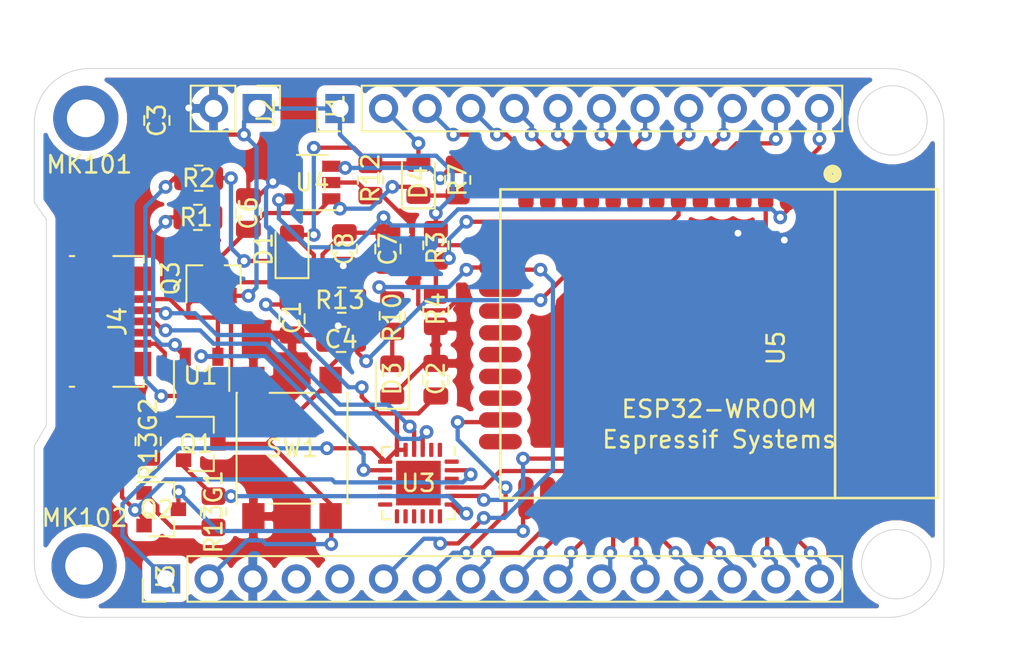
<source format=kicad_pcb>
(kicad_pcb (version 20171130) (host pcbnew "(5.1.7)-1")
  (title_block (title "Replica Adafruit HUZZAH32") (date 2020-10-09) (rev 1.1) (company "Autor: Alejandro_Gorrin ") (comment 1 "Revisor: Juan Esteban Carrique") (comment 2 "Revisor Docente: Diego Brengi") (comment 3 "Licencia: CC BY-NC-CA"))
  (layers (0 F.Cu signal) (31 B.Cu signal) (34 B.Paste user) (35 F.Paste user) (36 B.SilkS user hide) (37 F.SilkS user) (38 B.Mask user hide) (39 F.Mask user hide) (44 Edge.Cuts user))
  (net 0 "")
  (net 1 +3V3)
  (net 2 GNDD)
  (net 3 +BATT)
  (net 4 /RESET)
  (net 5 "Net-(C6-Pad1)")
  (net 6 "Net-(D1-Pad1)")
  (net 7 VBUS)
  (net 8 "Net-(D3-Pad2)")
  (net 9 /EN)
  (net 10 /IO13_A12)
  (net 11 /IO12_A11)
  (net 12 /IO27_A10)
  (net 13 /IO33_A9)
  (net 14 /IO15_A8)
  (net 15 /IO32_A7)
  (net 16 /IO14_A6)
  (net 17 /SCI)
  (net 18 /SDA)
  (net 19 /IO21)
  (net 20 /IO17)
  (net 21 /IO16)
  (net 22 /MISO)
  (net 23 /MISI)
  (net 24 /SCK)
  (net 25 /A5_IO4)
  (net 26 /A4_IO36)
  (net 27 /A3_I39)
  (net 28 /A2_I34)
  (net 29 /A1_DAC1)
  (net 30 /A0_DAC2)
  (net 31 "Net-(J4-Pad3)")
  (net 32 "Net-(J4-Pad2)")
  (net 33 "Net-(Q1-Pad1)")
  (net 34 /RTS)
  (net 35 /GPIO0)
  (net 36 /DTR)
  (net 37 "Net-(Q2-Pad1)")
  (net 38 "Net-(R2-Pad1)")
  (net 39 /A13_I35)
  (net 40 "Net-(R7-Pad2)")
  (net 41 "Net-(U3-Pad1)")
  (net 42 "Net-(U3-Pad2)")
  (net 43 "Net-(U3-Pad9)")
  (net 44 "Net-(U3-Pad10)")
  (net 45 "Net-(U3-Pad11)")
  (net 46 "Net-(U3-Pad12)")
  (net 47 "Net-(U3-Pad13)")
  (net 48 "Net-(U3-Pad14)")
  (net 49 "Net-(U3-Pad15)")
  (net 50 "Net-(U3-Pad16)")
  (net 51 "Net-(U3-Pad17)")
  (net 52 "Net-(U3-Pad18)")
  (net 53 /TXD0)
  (net 54 /RXD0)
  (net 55 "Net-(U3-Pad22)")
  (net 56 "Net-(U3-Pad24)")
  (net 57 "Net-(U3-Pad25)")
  (net 58 "Net-(U4-Pad4)")
  (net 59 /GPIO2)
  (net 60 "Net-(R1-Pad1)")
  (net 61 "Net-(U5-Pad38)")
  (net 62 "Net-(U5-Pad32)")
  (net 63 "Net-(U5-Pad22)")
  (net 64 "Net-(U5-Pad21)")
  (net 65 "Net-(U5-Pad20)")
  (net 66 "Net-(U5-Pad19)")
  (net 67 "Net-(U5-Pad18)")
  (net 68 "Net-(U5-Pad17)")
  (net 69 "Net-(U5-Pad39)")
  (net 70 "Net-(J4-Pad6)")
  (net 71 "Net-(J4-Pad4)")
  (net 72 "Net-(J3-Pad5)")
  (module Package_TO_SOT_SMD:SOT-23 (layer F.Cu) (at 132.442 94.234 90)
    (fp_text reference Q3 (at 0 -2.5 90) (layer F.SilkS))
    (fp_text value DMG3414U)
    (pad 3 smd rect (at 1 0 90) (size 0.9 0.8) (layers F.Cu F.Paste F.Mask) (net 5 "Net-(C6-Pad1)"))
    (pad 2 smd rect (at -1 0.95 90) (size 0.9 0.8) (layers F.Cu F.Paste F.Mask) (net 3 +BATT))
    (pad 1 smd rect (at -1 -0.95 90) (size 0.9 0.8) (layers F.Cu F.Paste F.Mask) (net 7 VBUS))
  )
  (module MountingHole:MountingHole_2.2mm_M2_DIN965_Pad (layer F.Cu) (at 124.9 111)
    (fp_text reference MK102 (at 0.032 -2.796) (layer F.SilkS))
    (fp_text value MountingHole)
    (pad 1 thru_hole circle (at 0 0) (size 3.8 3.8) (drill 2.2) (layers *.Cu *.Mask))
  )
  (module MountingHole:MountingHole_2.2mm_M2_DIN965_Pad (layer F.Cu) (at 125 84.9)
    (fp_text reference MK101 (at 0.2 2.7) (layer F.SilkS))
    (fp_text value MountingHole)
    (pad 1 thru_hole circle (at 0 0) (size 3.8 3.8) (drill 2.2) (layers *.Cu *.Mask))
  )
  (module ESP32-footprints-Lib:ESP32-WROOM (layer F.Cu) (at 161.906 98.044 90)
    (fp_text reference U5 (at -0.254 3.302 90) (layer F.SilkS))
    (fp_text value ESP32-WROOM)
    (fp_text user "Espressif Systems" (at -5.588 0) (layer F.SilkS))
    (fp_text user ESP32-WROOM (at -3.81 0) (layer F.SilkS))
    (pad 38 smd oval (at -9 5.25 90) (size 2.5 0.9) (layers F.Cu F.Paste F.Mask) (net 61 "Net-(U5-Pad38)"))
    (pad 37 smd oval (at -9 3.98 90) (size 2.5 0.9) (layers F.Cu F.Paste F.Mask) (net 18 /SDA))
    (pad 36 smd oval (at -9 2.71 90) (size 2.5 0.9) (layers F.Cu F.Paste F.Mask) (net 17 /SCI))
    (pad 35 smd oval (at -9 1.44 90) (size 2.5 0.9) (layers F.Cu F.Paste F.Mask) (net 53 /TXD0))
    (pad 34 smd oval (at -9 0.17 90) (size 2.5 0.9) (layers F.Cu F.Paste F.Mask) (net 54 /RXD0))
    (pad 33 smd oval (at -9 -1.1 90) (size 2.5 0.9) (layers F.Cu F.Paste F.Mask) (net 19 /IO21))
    (pad 32 smd oval (at -9 -2.37 90) (size 2.5 0.9) (layers F.Cu F.Paste F.Mask) (net 62 "Net-(U5-Pad32)"))
    (pad 31 smd oval (at -9 -3.64 90) (size 2.5 0.9) (layers F.Cu F.Paste F.Mask) (net 22 /MISO))
    (pad 30 smd oval (at -9 -4.91 90) (size 2.5 0.9) (layers F.Cu F.Paste F.Mask) (net 23 /MISI))
    (pad 29 smd oval (at -9 -6.18 90) (size 2.5 0.9) (layers F.Cu F.Paste F.Mask) (net 24 /SCK))
    (pad 28 smd oval (at -9 -7.45 90) (size 2.5 0.9) (layers F.Cu F.Paste F.Mask) (net 20 /IO17))
    (pad 27 smd oval (at -9 -8.72 90) (size 2.5 0.9) (layers F.Cu F.Paste F.Mask) (net 21 /IO16))
    (pad 26 smd oval (at -9 -9.99 90) (size 2.5 0.9) (layers F.Cu F.Paste F.Mask) (net 25 /A5_IO4))
    (pad 25 smd oval (at -9 -11.26 90) (size 2.5 0.9) (layers F.Cu F.Paste F.Mask) (net 35 /GPIO0))
    (pad 24 smd oval (at -5.715 -12.75 90) (size 0.9 2.5) (layers F.Cu F.Paste F.Mask) (net 59 /GPIO2))
    (pad 23 smd oval (at -4.445 -12.75 90) (size 0.9 2.5) (layers F.Cu F.Paste F.Mask) (net 14 /IO15_A8))
    (pad 22 smd oval (at -3.175 -12.75 90) (size 0.9 2.5) (layers F.Cu F.Paste F.Mask) (net 63 "Net-(U5-Pad22)"))
    (pad 21 smd oval (at -1.905 -12.75 90) (size 0.9 2.5) (layers F.Cu F.Paste F.Mask) (net 64 "Net-(U5-Pad21)"))
    (pad 20 smd oval (at -0.635 -12.75 90) (size 0.9 2.5) (layers F.Cu F.Paste F.Mask) (net 65 "Net-(U5-Pad20)"))
    (pad 19 smd oval (at 0.635 -12.75 90) (size 0.9 2.5) (layers F.Cu F.Paste F.Mask) (net 66 "Net-(U5-Pad19)"))
    (pad 18 smd oval (at 1.905 -12.75 90) (size 0.9 2.5) (layers F.Cu F.Paste F.Mask) (net 67 "Net-(U5-Pad18)"))
    (pad 17 smd oval (at 3.175 -12.75 90) (size 0.9 2.5) (layers F.Cu F.Paste F.Mask) (net 68 "Net-(U5-Pad17)"))
    (pad 16 smd oval (at 4.445 -12.75 90) (size 0.9 2.5) (layers F.Cu F.Paste F.Mask) (net 10 /IO13_A12))
    (pad 15 smd oval (at 5.715 -12.75 90) (size 0.9 2.5) (layers F.Cu F.Paste F.Mask) (net 2 GNDD))
    (pad 14 smd oval (at 9 -11.26 90) (size 2.5 0.9) (layers F.Cu F.Paste F.Mask) (net 11 /IO12_A11))
    (pad 13 smd oval (at 9 -9.99 90) (size 2.5 0.9) (layers F.Cu F.Paste F.Mask) (net 16 /IO14_A6))
    (pad 12 smd oval (at 9 -8.72 90) (size 2.5 0.9) (layers F.Cu F.Paste F.Mask) (net 12 /IO27_A10))
    (pad 11 smd oval (at 9 -7.45 90) (size 2.5 0.9) (layers F.Cu F.Paste F.Mask) (net 30 /A0_DAC2))
    (pad 10 smd oval (at 9 -6.18 90) (size 2.5 0.9) (layers F.Cu F.Paste F.Mask) (net 29 /A1_DAC1))
    (pad 9 smd oval (at 9 -4.91 90) (size 2.5 0.9) (layers F.Cu F.Paste F.Mask) (net 13 /IO33_A9))
    (pad 8 smd oval (at 9 -3.64 90) (size 2.5 0.9) (layers F.Cu F.Paste F.Mask) (net 15 /IO32_A7))
    (pad 7 smd oval (at 9 -2.37 90) (size 2.5 0.9) (layers F.Cu F.Paste F.Mask) (net 39 /A13_I35))
    (pad 6 smd oval (at 9 -1.1 90) (size 2.5 0.9) (layers F.Cu F.Paste F.Mask) (net 28 /A2_I34))
    (pad 5 smd oval (at 9 0.17 90) (size 2.5 0.9) (layers F.Cu F.Paste F.Mask) (net 27 /A3_I39))
    (pad 4 smd oval (at 9 1.44 90) (size 2.5 0.9) (layers F.Cu F.Paste F.Mask) (net 26 /A4_IO36))
    (pad 3 smd oval (at 9 2.71 90) (size 2.5 0.9) (layers F.Cu F.Paste F.Mask) (net 4 /RESET))
    (pad 2 smd oval (at 9 3.98 90) (size 2.5 0.9) (layers F.Cu F.Paste F.Mask) (net 1 +3V3))
    (pad 1 smd oval (at 9 5.25 90) (size 2.5 0.9) (layers F.Cu F.Paste F.Mask) (net 2 GNDD))
    (pad 39 smd rect (at 0.3 -2.45 90) (size 6 6) (layers F.Cu F.Paste F.Mask) (net 69 "Net-(U5-Pad39)"))
  )
  (module Connector_PinHeader_2.54mm:PinHeader_1x12_P2.54mm_Vertical (layer F.Cu) (at 139.808 84.328 90)
    (fp_text reference J1 (at 0 -0.254 90) (layer F.SilkS))
    (fp_text value Conn_01x12)
    (pad 1 thru_hole rect (at 0 0 90) (size 1.7 1.7) (drill 1) (layers *.Cu *.Mask) (net 3 +BATT))
    (pad 2 thru_hole oval (at 0 2.54 90) (size 1.7 1.7) (drill 1) (layers *.Cu *.Mask) (net 7 VBUS))
    (pad 3 thru_hole oval (at 0 5.08 90) (size 1.7 1.7) (drill 1) (layers *.Cu *.Mask) (net 11 /IO12_A11))
    (pad 4 thru_hole oval (at 0 7.62 90) (size 1.7 1.7) (drill 1) (layers *.Cu *.Mask) (net 16 /IO14_A6))
    (pad 5 thru_hole oval (at 0 10.16 90) (size 1.7 1.7) (drill 1) (layers *.Cu *.Mask) (net 12 /IO27_A10))
    (pad 6 thru_hole oval (at 0 12.7 90) (size 1.7 1.7) (drill 1) (layers *.Cu *.Mask) (net 30 /A0_DAC2))
    (pad 7 thru_hole oval (at 0 15.24 90) (size 1.7 1.7) (drill 1) (layers *.Cu *.Mask) (net 29 /A1_DAC1))
    (pad 8 thru_hole oval (at 0 17.78 90) (size 1.7 1.7) (drill 1) (layers *.Cu *.Mask) (net 13 /IO33_A9))
    (pad 9 thru_hole oval (at 0 20.32 90) (size 1.7 1.7) (drill 1) (layers *.Cu *.Mask) (net 15 /IO32_A7))
    (pad 10 thru_hole oval (at 0 22.86 90) (size 1.7 1.7) (drill 1) (layers *.Cu *.Mask) (net 28 /A2_I34))
    (pad 11 thru_hole oval (at 0 25.4 90) (size 1.7 1.7) (drill 1) (layers *.Cu *.Mask) (net 27 /A3_I39))
    (pad 12 thru_hole oval (at 0 27.94 90) (size 1.7 1.7) (drill 1) (layers *.Cu *.Mask) (net 26 /A4_IO36))
  )
  (module Connector_USB:USB_Micro-B_Molex_47346-0001 (layer F.Cu) (at 126.664 96.744 270)
    (fp_text reference J4 (at 0 -0.19 270) (layer F.SilkS))
    (fp_text value USB_B_Micro)
    (pad 6 smd rect (at 1.55 1.2 270) (size 1 1.9) (layers F.Cu F.Paste F.Mask) (net 70 "Net-(J4-Pad6)"))
    (pad 6 smd rect (at -1.15 1.2 270) (size 1.8 1.9) (layers F.Cu F.Paste F.Mask) (net 70 "Net-(J4-Pad6)"))
    (pad 6 smd rect (at 3.375 1.2 270) (size 1.65 1.3) (layers F.Cu F.Paste F.Mask) (net 70 "Net-(J4-Pad6)"))
    (pad 6 smd rect (at -3.375 1.2 270) (size 1.65 1.3) (layers F.Cu F.Paste F.Mask) (net 70 "Net-(J4-Pad6)"))
    (pad 6 smd rect (at 2.4875 -1.375 270) (size 1.425 1.55) (layers F.Cu F.Paste F.Mask) (net 70 "Net-(J4-Pad6)"))
    (pad 6 smd rect (at -2.4875 -1.375 270) (size 1.425 1.55) (layers F.Cu F.Paste F.Mask) (net 70 "Net-(J4-Pad6)"))
    (pad 5 smd rect (at 1.3 -1.46 270) (size 0.45 1.38) (layers F.Cu F.Paste F.Mask) (net 2 GNDD))
    (pad 4 smd rect (at 0.65 -1.46 270) (size 0.45 1.38) (layers F.Cu F.Paste F.Mask) (net 71 "Net-(J4-Pad4)"))
    (pad 3 smd rect (at 0 -1.46 270) (size 0.45 1.38) (layers F.Cu F.Paste F.Mask) (net 31 "Net-(J4-Pad3)"))
    (pad 2 smd rect (at -0.65 -1.46 270) (size 0.45 1.38) (layers F.Cu F.Paste F.Mask) (net 32 "Net-(J4-Pad2)"))
    (pad 1 smd rect (at -1.3 -1.46 270) (size 0.45 1.38) (layers F.Cu F.Paste F.Mask) (net 7 VBUS))
  )
  (module Capacitor_SMD:C_0805_2012Metric (layer F.Cu) (at 137.014 96.586 270)
    (fp_text reference C1 (at -0.066 0 90) (layer F.SilkS))
    (fp_text value 10uF)
    (pad 2 smd roundrect (at 0.95 0 270) (size 1 1.45) (layers F.Cu F.Paste F.Mask) (net 2 GNDD))
    (pad 1 smd roundrect (at -0.95 0 270) (size 1 1.45) (layers F.Cu F.Paste F.Mask) (net 1 +3V3))
  )
  (module Capacitor_SMD:C_0805_2012Metric (layer F.Cu) (at 145.396 100.142 90)
    (fp_text reference C2 (at 0.066 0 90) (layer F.SilkS))
    (fp_text value 10uF)
    (pad 2 smd roundrect (at 0.95 0 90) (size 1 1.45) (layers F.Cu F.Paste F.Mask) (net 2 GNDD))
    (pad 1 smd roundrect (at -0.95 0 90) (size 1 1.45) (layers F.Cu F.Paste F.Mask) (net 1 +3V3))
  )
  (module Capacitor_SMD:C_0805_2012Metric (layer F.Cu) (at 129.14 85.024 90)
    (fp_text reference C3 (at 0 0 90) (layer F.SilkS))
    (fp_text value 10uF)
    (pad 1 smd roundrect (at -0.95 0 90) (size 1 1.45) (layers F.Cu F.Paste F.Mask) (net 2 GNDD))
    (pad 2 smd roundrect (at 0.95 0 90) (size 1 1.45) (layers F.Cu F.Paste F.Mask) (net 3 +BATT))
  )
  (module Capacitor_SMD:C_0805_2012Metric (layer F.Cu) (at 139.874 97.79 180)
    (fp_text reference C4 (at 0 0) (layer F.SilkS))
    (fp_text value 1uF)
    (pad 1 smd roundrect (at -0.95 0 180) (size 1 1.45) (layers F.Cu F.Paste F.Mask) (net 4 /RESET))
    (pad 2 smd roundrect (at 0.95 0 180) (size 1 1.45) (layers F.Cu F.Paste F.Mask) (net 2 GNDD))
  )
  (module Capacitor_SMD:C_0805_2012Metric (layer F.Cu) (at 134.474 90.424 90)
    (fp_text reference C6 (at 0 0 90) (layer F.SilkS))
    (fp_text value 10uF)
    (pad 1 smd roundrect (at -0.95 0 90) (size 1 1.45) (layers F.Cu F.Paste F.Mask) (net 5 "Net-(C6-Pad1)"))
    (pad 2 smd roundrect (at 0.95 0 90) (size 1 1.45) (layers F.Cu F.Paste F.Mask) (net 2 GNDD))
  )
  (module Capacitor_SMD:C_0805_2012Metric (layer F.Cu) (at 142.602 92.522 270)
    (fp_text reference C7 (at 0 0 90) (layer F.SilkS))
    (fp_text value 10uF)
    (pad 2 smd roundrect (at 0.95 0 270) (size 1 1.45) (layers F.Cu F.Paste F.Mask) (net 2 GNDD))
    (pad 1 smd roundrect (at -0.95 0 270) (size 1 1.45) (layers F.Cu F.Paste F.Mask) (net 1 +3V3))
  )
  (module Capacitor_SMD:C_0805_2012Metric (layer F.Cu) (at 140.062 92.522 270)
    (fp_text reference C8 (at 0 0 90) (layer F.SilkS))
    (fp_text value 10uF)
    (pad 1 smd roundrect (at -0.95 0 270) (size 1 1.45) (layers F.Cu F.Paste F.Mask) (net 1 +3V3))
    (pad 2 smd roundrect (at 0.95 0 270) (size 1 1.45) (layers F.Cu F.Paste F.Mask) (net 2 GNDD))
  )
  (module LED_SMD:LED_0805_2012Metric (layer F.Cu) (at 137.014 92.5345 90)
    (fp_text reference D1 (at 0 -1.65 90) (layer F.SilkS))
    (fp_text value LED)
    (pad 1 smd roundrect (at -0.9375 0 90) (size 0.975 1.4) (layers F.Cu F.Paste F.Mask) (net 6 "Net-(D1-Pad1)"))
    (pad 2 smd roundrect (at 0.9375 0 90) (size 0.975 1.4) (layers F.Cu F.Paste F.Mask) (net 7 VBUS))
  )
  (module LED_SMD:LED_0805_2012Metric (layer F.Cu) (at 142.856 100.1545 90)
    (fp_text reference D3 (at 0.0785 0 90) (layer F.SilkS))
    (fp_text value RED)
    (pad 1 smd roundrect (at -0.9375 0 90) (size 0.975 1.4) (layers F.Cu F.Paste F.Mask) (net 2 GNDD))
    (pad 2 smd roundrect (at 0.9375 0 90) (size 0.975 1.4) (layers F.Cu F.Paste F.Mask) (net 8 "Net-(D3-Pad2)"))
  )
  (module LED_SMD:LED_0805_2012Metric (layer F.Cu) (at 144.38 88.4705 90)
    (fp_text reference D4 (at -0.1755 0 90) (layer F.SilkS))
    (fp_text value MBR120)
    (pad 2 smd roundrect (at 0.9375 0 90) (size 0.975 1.4) (layers F.Cu F.Paste F.Mask) (net 7 VBUS))
    (pad 1 smd roundrect (at -0.9375 0 90) (size 0.975 1.4) (layers F.Cu F.Paste F.Mask) (net 5 "Net-(C6-Pad1)"))
  )
  (module Connector_PinHeader_2.54mm:PinHeader_1x02_P2.54mm_Vertical (layer F.Cu) (at 134.982 84.328 270)
    (fp_text reference J2 (at 0.254 -0.508 90) (layer F.SilkS))
    (fp_text value Conn_01x02)
    (pad 1 thru_hole rect (at 0 0 270) (size 1.7 1.7) (drill 1) (layers *.Cu *.Mask) (net 3 +BATT))
    (pad 2 thru_hole oval (at 0 2.54 270) (size 1.7 1.7) (drill 1) (layers *.Cu *.Mask) (net 2 GNDD))
  )
  (module Connector_PinHeader_2.54mm:PinHeader_1x16_P2.54mm_Vertical (layer F.Cu) (at 129.648 111.76 90)
    (fp_text reference J3 (at 0 0 90) (layer F.SilkS))
    (fp_text value Conn_01x16)
    (pad 1 thru_hole rect (at 0 0 90) (size 1.7 1.7) (drill 1) (layers *.Cu *.Mask) (net 1 +3V3))
    (pad 2 thru_hole oval (at 0 2.54 90) (size 1.7 1.7) (drill 1) (layers *.Cu *.Mask) (net 4 /RESET))
    (pad 3 thru_hole oval (at 0 5.08 90) (size 1.7 1.7) (drill 1) (layers *.Cu *.Mask) (net 2 GNDD))
    (pad 4 thru_hole oval (at 0 7.62 90) (size 1.7 1.7) (drill 1) (layers *.Cu *.Mask) (net 9 /EN))
    (pad 5 thru_hole oval (at 0 10.16 90) (size 1.7 1.7) (drill 1) (layers *.Cu *.Mask) (net 72 "Net-(J3-Pad5)"))
    (pad 6 thru_hole oval (at 0 12.7 90) (size 1.7 1.7) (drill 1) (layers *.Cu *.Mask) (net 10 /IO13_A12))
    (pad 7 thru_hole oval (at 0 15.24 90) (size 1.7 1.7) (drill 1) (layers *.Cu *.Mask) (net 14 /IO15_A8))
    (pad 8 thru_hole oval (at 0 17.78 90) (size 1.7 1.7) (drill 1) (layers *.Cu *.Mask) (net 25 /A5_IO4))
    (pad 9 thru_hole oval (at 0 20.32 90) (size 1.7 1.7) (drill 1) (layers *.Cu *.Mask) (net 21 /IO16))
    (pad 10 thru_hole oval (at 0 22.86 90) (size 1.7 1.7) (drill 1) (layers *.Cu *.Mask) (net 20 /IO17))
    (pad 11 thru_hole oval (at 0 25.4 90) (size 1.7 1.7) (drill 1) (layers *.Cu *.Mask) (net 24 /SCK))
    (pad 12 thru_hole oval (at 0 27.94 90) (size 1.7 1.7) (drill 1) (layers *.Cu *.Mask) (net 23 /MISI))
    (pad 13 thru_hole oval (at 0 30.48 90) (size 1.7 1.7) (drill 1) (layers *.Cu *.Mask) (net 22 /MISO))
    (pad 14 thru_hole oval (at 0 33.02 90) (size 1.7 1.7) (drill 1) (layers *.Cu *.Mask) (net 19 /IO21))
    (pad 15 thru_hole oval (at 0 35.56 90) (size 1.7 1.7) (drill 1) (layers *.Cu *.Mask) (net 17 /SCI))
    (pad 16 thru_hole oval (at 0 38.1 90) (size 1.7 1.7) (drill 1) (layers *.Cu *.Mask) (net 18 /SDA))
  )
  (module Package_TO_SOT_SMD:SOT-23 (layer F.Cu) (at 131.696 103.886)
    (fp_text reference Q1 (at -0.27 0) (layer F.SilkS))
    (fp_text value MMBT3904)
    (pad 1 smd rect (at -1 -0.95) (size 0.9 0.8) (layers F.Cu F.Paste F.Mask) (net 33 "Net-(Q1-Pad1)"))
    (pad 2 smd rect (at -1 0.95) (size 0.9 0.8) (layers F.Cu F.Paste F.Mask) (net 34 /RTS))
    (pad 3 smd rect (at 1 0) (size 0.9 0.8) (layers F.Cu F.Paste F.Mask) (net 4 /RESET))
  )
  (module Package_TO_SOT_SMD:SOT-23 (layer F.Cu) (at 129.394 107.696)
    (fp_text reference Q2 (at -0.254 0) (layer F.SilkS))
    (fp_text value MMBT3904)
    (pad 3 smd rect (at 1 0) (size 0.9 0.8) (layers F.Cu F.Paste F.Mask) (net 35 /GPIO0))
    (pad 2 smd rect (at -1 0.95) (size 0.9 0.8) (layers F.Cu F.Paste F.Mask) (net 36 /DTR))
    (pad 1 smd rect (at -1 -0.95) (size 0.9 0.8) (layers F.Cu F.Paste F.Mask) (net 37 "Net-(Q2-Pad1)"))
  )
  (module Resistor_SMD:R_0805_2012Metric (layer F.Cu) (at 131.5295 90.678)
    (fp_text reference R1 (at -0.1035 0) (layer F.SilkS))
    (fp_text value 4.7K)
    (pad 2 smd roundrect (at 0.9125 0) (size 1.025 1.4) (layers F.Cu F.Paste F.Mask) (roundrect_rratio 0.243902) (net 2 GNDD))
    (pad 1 smd roundrect (at -0.9125 0) (size 1.025 1.4) (layers F.Cu F.Paste F.Mask) (roundrect_rratio 0.243902) (net 60 "Net-(R1-Pad1)"))
  )
  (module Resistor_SMD:R_0805_2012Metric (layer F.Cu) (at 131.5765 88.392)
    (fp_text reference R2 (at 0 0) (layer F.SilkS))
    (fp_text value 1K)
    (pad 1 smd roundrect (at -0.9125 0) (size 1.025 1.4) (layers F.Cu F.Paste F.Mask) (roundrect_rratio 0.243902) (net 38 "Net-(R2-Pad1)"))
    (pad 2 smd roundrect (at 0.9125 0) (size 1.025 1.4) (layers F.Cu F.Paste F.Mask) (roundrect_rratio 0.243902) (net 6 "Net-(D1-Pad1)"))
  )
  (module Resistor_SMD:R_0805_2012Metric (layer F.Cu) (at 145.396 92.3055 270)
    (fp_text reference R3 (at 0.1505 0 90) (layer F.SilkS))
    (fp_text value 100K)
    (pad 1 smd roundrect (at -0.9125 0 270) (size 1.025 1.4) (layers F.Cu F.Paste F.Mask) (roundrect_rratio 0.243902) (net 3 +BATT))
    (pad 2 smd roundrect (at 0.9125 0 270) (size 1.025 1.4) (layers F.Cu F.Paste F.Mask) (roundrect_rratio 0.243902) (net 39 /A13_I35))
  )
  (module Resistor_SMD:R_0805_2012Metric (layer F.Cu) (at 145.396 96.1155 270)
    (fp_text reference R4 (at -0.1035 0 90) (layer F.SilkS))
    (fp_text value 100K)
    (pad 1 smd roundrect (at -0.9125 0 270) (size 1.025 1.4) (layers F.Cu F.Paste F.Mask) (roundrect_rratio 0.243902) (net 39 /A13_I35))
    (pad 2 smd roundrect (at 0.9125 0 270) (size 1.025 1.4) (layers F.Cu F.Paste F.Mask) (roundrect_rratio 0.243902) (net 2 GNDD))
  )
  (module Resistor_SMD:R_0805_2012Metric (layer F.Cu) (at 146.666 88.4955 90)
    (fp_text reference R7 (at 0 0 90) (layer F.SilkS))
    (fp_text value 100K)
    (pad 2 smd roundrect (at 0.9125 0 90) (size 1.025 1.4) (layers F.Cu F.Paste F.Mask) (roundrect_rratio 0.243902) (net 40 "Net-(R7-Pad2)"))
    (pad 1 smd roundrect (at -0.9125 0 90) (size 1.025 1.4) (layers F.Cu F.Paste F.Mask) (roundrect_rratio 0.243902) (net 5 "Net-(C6-Pad1)"))
  )
  (module Resistor_SMD:R_0805_2012Metric (layer F.Cu) (at 142.856 96.4165 90)
    (fp_text reference R10 (at -0.1035 0 90) (layer F.SilkS))
    (fp_text value 1K)
    (pad 2 smd roundrect (at 0.9125 0 90) (size 1.025 1.4) (layers F.Cu F.Paste F.Mask) (roundrect_rratio 0.243902) (net 10 /IO13_A12))
    (pad 1 smd roundrect (at -0.9125 0 90) (size 1.025 1.4) (layers F.Cu F.Paste F.Mask) (roundrect_rratio 0.243902) (net 8 "Net-(D3-Pad2)"))
  )
  (module Resistor_SMD:R_0805_2012Metric (layer F.Cu) (at 141.586 88.4955 270)
    (fp_text reference R12 (at -0.1035 0 90) (layer F.SilkS))
    (fp_text value 100K)
    (pad 1 smd roundrect (at -0.9125 0 270) (size 1.025 1.4) (layers F.Cu F.Paste F.Mask) (roundrect_rratio 0.243902) (net 7 VBUS))
    (pad 2 smd roundrect (at 0.9125 0 270) (size 1.025 1.4) (layers F.Cu F.Paste F.Mask) (roundrect_rratio 0.243902) (net 2 GNDD))
  )
  (module Resistor_SMD:R_0805_2012Metric (layer F.Cu) (at 139.9115 95.504)
    (fp_text reference R13 (at -0.1035 0) (layer F.SilkS))
    (fp_text value 10K)
    (pad 2 smd roundrect (at 0.9125 0) (size 1.025 1.4) (layers F.Cu F.Paste F.Mask) (roundrect_rratio 0.243902) (net 4 /RESET))
    (pad 1 smd roundrect (at -0.9125 0) (size 1.025 1.4) (layers F.Cu F.Paste F.Mask) (roundrect_rratio 0.243902) (net 1 +3V3))
  )
  (module Resistor_SMD:R_0805_2012Metric (layer F.Cu) (at 132.442 107.8465 90)
    (fp_text reference R13G1 (at 0 0 90) (layer F.SilkS))
    (fp_text value 10K)
    (pad 2 smd roundrect (at 0.9125 0 90) (size 1.025 1.4) (layers F.Cu F.Paste F.Mask) (roundrect_rratio 0.243902) (net 34 /RTS))
    (pad 1 smd roundrect (at -0.9125 0 90) (size 1.025 1.4) (layers F.Cu F.Paste F.Mask) (roundrect_rratio 0.243902) (net 37 "Net-(Q2-Pad1)"))
  )
  (module Resistor_SMD:R_0805_2012Metric (layer F.Cu) (at 128.632 103.7355 270)
    (fp_text reference R13G2 (at -0.1035 0 90) (layer F.SilkS))
    (fp_text value 10K)
    (pad 1 smd roundrect (at -0.9125 0 270) (size 1.025 1.4) (layers F.Cu F.Paste F.Mask) (roundrect_rratio 0.243902) (net 33 "Net-(Q1-Pad1)"))
    (pad 2 smd roundrect (at 0.9125 0 270) (size 1.025 1.4) (layers F.Cu F.Paste F.Mask) (roundrect_rratio 0.243902) (net 36 /DTR))
  )
  (module Button_Switch_SMD:SW_Push_1P1T_NO_6x6mm_H9.5mm (layer F.Cu) (at 137.014 104.14 90)
    (fp_text reference SW1 (at 0 0 180) (layer F.SilkS))
    (fp_text value SW_1)
    (pad 2 smd rect (at -3.975 2.25 90) (size 1.55 1.3) (layers F.Cu F.Paste F.Mask) (net 4 /RESET))
    (pad 1 smd rect (at -3.975 -2.25 90) (size 1.55 1.3) (layers F.Cu F.Paste F.Mask) (net 2 GNDD))
    (pad 1 smd rect (at 3.975 -2.25 90) (size 1.55 1.3) (layers F.Cu F.Paste F.Mask) (net 2 GNDD))
    (pad 2 smd rect (at 3.975 2.25 90) (size 1.55 1.3) (layers F.Cu F.Paste F.Mask) (net 4 /RESET))
  )
  (module Package_TO_SOT_SMD:SOT-23-5 (layer F.Cu) (at 131.746 99.906 90)
    (fp_text reference U1 (at 0 -0.066 180) (layer F.SilkS))
    (fp_text value MCP73831-2-OT)
    (pad 1 smd rect (at -1.1 -0.95 90) (size 1.06 0.65) (layers F.Cu F.Paste F.Mask) (net 38 "Net-(R2-Pad1)"))
    (pad 2 smd rect (at -1.1 0 90) (size 1.06 0.65) (layers F.Cu F.Paste F.Mask) (net 2 GNDD))
    (pad 3 smd rect (at -1.1 0.95 90) (size 1.06 0.65) (layers F.Cu F.Paste F.Mask) (net 3 +BATT))
    (pad 4 smd rect (at 1.1 0.95 90) (size 1.06 0.65) (layers F.Cu F.Paste F.Mask) (net 7 VBUS))
    (pad 5 smd rect (at 1.1 -0.95 90) (size 1.06 0.65) (layers F.Cu F.Paste F.Mask) (net 60 "Net-(R1-Pad1)"))
  )
  (module Package_DFN_QFN:QFN-24-1EP_4x4mm_P0.5mm_EP2.6x2.6mm (layer F.Cu) (at 144.38 106.172 270)
    (fp_text reference U3 (at 0 0 180) (layer F.SilkS))
    (fp_text value CP2104)
    (pad 1 smd roundrect (at -1.9375 -1.25 270) (size 0.825 0.25) (layers F.Cu F.Paste F.Mask) (net 41 "Net-(U3-Pad1)"))
    (pad 2 smd roundrect (at -1.9375 -0.75 270) (size 0.825 0.25) (layers F.Cu F.Paste F.Mask) (net 42 "Net-(U3-Pad2)"))
    (pad 3 smd roundrect (at -1.9375 -0.25 270) (size 0.825 0.25) (layers F.Cu F.Paste F.Mask) (net 31 "Net-(J4-Pad3)"))
    (pad 4 smd roundrect (at -1.9375 0.25 270) (size 0.825 0.25) (layers F.Cu F.Paste F.Mask) (net 32 "Net-(J4-Pad2)"))
    (pad 5 smd roundrect (at -1.9375 0.75 270) (size 0.825 0.25) (layers F.Cu F.Paste F.Mask) (net 1 +3V3))
    (pad 6 smd roundrect (at -1.9375 1.25 270) (size 0.825 0.25) (layers F.Cu F.Paste F.Mask) (net 1 +3V3))
    (pad 7 smd roundrect (at -1.25 1.9375 270) (size 0.25 0.825) (layers F.Cu F.Paste F.Mask) (net 1 +3V3))
    (pad 8 smd roundrect (at -0.75 1.9375 270) (size 0.25 0.825) (layers F.Cu F.Paste F.Mask) (net 7 VBUS))
    (pad 9 smd roundrect (at -0.25 1.9375 270) (size 0.25 0.825) (layers F.Cu F.Paste F.Mask) (net 43 "Net-(U3-Pad9)"))
    (pad 10 smd roundrect (at 0.25 1.9375 270) (size 0.25 0.825) (layers F.Cu F.Paste F.Mask) (net 44 "Net-(U3-Pad10)"))
    (pad 11 smd roundrect (at 0.75 1.9375 270) (size 0.25 0.825) (layers F.Cu F.Paste F.Mask) (net 45 "Net-(U3-Pad11)"))
    (pad 12 smd roundrect (at 1.25 1.9375 270) (size 0.25 0.825) (layers F.Cu F.Paste F.Mask) (net 46 "Net-(U3-Pad12)"))
    (pad 13 smd roundrect (at 1.9375 1.25 270) (size 0.825 0.25) (layers F.Cu F.Paste F.Mask) (net 47 "Net-(U3-Pad13)"))
    (pad 14 smd roundrect (at 1.9375 0.75 270) (size 0.825 0.25) (layers F.Cu F.Paste F.Mask) (net 48 "Net-(U3-Pad14)"))
    (pad 15 smd roundrect (at 1.9375 0.25 270) (size 0.825 0.25) (layers F.Cu F.Paste F.Mask) (net 49 "Net-(U3-Pad15)"))
    (pad 16 smd roundrect (at 1.9375 -0.25 270) (size 0.825 0.25) (layers F.Cu F.Paste F.Mask) (net 50 "Net-(U3-Pad16)"))
    (pad 17 smd roundrect (at 1.9375 -0.75 270) (size 0.825 0.25) (layers F.Cu F.Paste F.Mask) (net 51 "Net-(U3-Pad17)"))
    (pad 18 smd roundrect (at 1.9375 -1.25 270) (size 0.825 0.25) (layers F.Cu F.Paste F.Mask) (net 52 "Net-(U3-Pad18)"))
    (pad 19 smd roundrect (at 1.25 -1.9375 270) (size 0.25 0.825) (layers F.Cu F.Paste F.Mask) (net 34 /RTS))
    (pad 20 smd roundrect (at 0.75 -1.9375 270) (size 0.25 0.825) (layers F.Cu F.Paste F.Mask) (net 53 /TXD0))
    (pad 21 smd roundrect (at 0.25 -1.9375 270) (size 0.25 0.825) (layers F.Cu F.Paste F.Mask) (net 54 /RXD0))
    (pad 22 smd roundrect (at -0.25 -1.9375 270) (size 0.25 0.825) (layers F.Cu F.Paste F.Mask) (net 55 "Net-(U3-Pad22)"))
    (pad 23 smd roundrect (at -0.75 -1.9375 270) (size 0.25 0.825) (layers F.Cu F.Paste F.Mask) (net 36 /DTR))
    (pad 24 smd roundrect (at -1.25 -1.9375 270) (size 0.25 0.825) (layers F.Cu F.Paste F.Mask) (net 56 "Net-(U3-Pad24)"))
    (pad 25 smd rect (at 0 0 270) (size 2.6 2.6) (layers F.Cu F.Mask) (net 57 "Net-(U3-Pad25)"))
  )
  (module Package_TO_SOT_SMD:SOT-23-5 (layer F.Cu) (at 138.2 88.646 180)
    (fp_text reference U4 (at 0 0) (layer F.SilkS))
    (fp_text value AP2112K-3.3)
    (pad 5 smd rect (at 1.1 -0.95 180) (size 1.06 0.65) (layers F.Cu F.Paste F.Mask) (net 1 +3V3))
    (pad 4 smd rect (at 1.1 0.95 180) (size 1.06 0.65) (layers F.Cu F.Paste F.Mask) (net 58 "Net-(U4-Pad4)"))
    (pad 3 smd rect (at -1.1 0.95 180) (size 1.06 0.65) (layers F.Cu F.Paste F.Mask) (net 40 "Net-(R7-Pad2)"))
    (pad 2 smd rect (at -1.1 0 180) (size 1.06 0.65) (layers F.Cu F.Paste F.Mask) (net 2 GNDD))
    (pad 1 smd rect (at -1.1 -0.95 180) (size 1.06 0.65) (layers F.Cu F.Paste F.Mask) (net 5 "Net-(C6-Pad1)"))
  )
  (gr_circle (center 172.222374 110.9) (end 171.922374 108.9) (layer Edge.Cuts) (width 0.05))
  (gr_circle (center 172 85.022374) (end 171.7 83.022374) (layer Edge.Cuts) (width 0.05))
  (gr_line (start 171.8 114) (end 125.2 114) (layer Edge.Cuts) (width 0.05))
  (gr_line (start 122 89.8) (end 122 85.2) (layer Edge.Cuts) (width 0.05))
  (gr_line (start 122.7 90.8) (end 122 89.8) (layer Edge.Cuts) (width 0.05))
  (gr_line (start 122.7 102.8) (end 122.7 90.8) (layer Edge.Cuts) (width 0.05))
  (gr_line (start 122 104) (end 122.7 102.8) (layer Edge.Cuts) (width 0.05))
  (gr_line (start 122 110.8) (end 122 104) (layer Edge.Cuts) (width 0.05))
  (gr_line (start 171.8 82) (end 125.2 82) (layer Edge.Cuts) (width 0.05))
  (gr_arc (start 125.2 85.2) (end 125.2 82) (angle -90) (layer Edge.Cuts) (width 0.05))
  (gr_arc (start 125.2 110.8) (end 122 110.8) (angle -90) (layer Edge.Cuts) (width 0.05))
  (gr_line (start 175 110.8) (end 175 85.2) (layer Edge.Cuts) (width 0.05))
  (gr_arc (start 171.8 110.8) (end 171.8 114) (angle -90) (layer Edge.Cuts) (width 0.05))
  (gr_arc (start 171.8 85.2) (end 175 85.2) (angle -90) (layer Edge.Cuts) (width 0.05))
  (segment (start 144.1 92.3) (end 144.7 92.3) (width 0.25) (layer F.Cu) (net 0))
  (segment (start 144.7 92.3) (end 147.1 92.3) (width 0.25) (layer F.Cu) (net 0))
  (segment (start 142.602 91.572) (end 140.062 91.572) (width 0.25) (layer F.Cu) (net 1))
  (segment (start 140.062 91.572) (end 138.792 92.842) (width 0.25) (layer F.Cu) (net 1))
  (segment (start 138.792 95.297) (end 138.999 95.504) (width 0.25) (layer F.Cu) (net 1))
  (segment (start 138.792 92.842) (end 138.792 95.297) (width 0.25) (layer F.Cu) (net 1))
  (segment (start 137.014 95.636) (end 138.867 95.636) (width 0.25) (layer F.Cu) (net 1))
  (segment (start 145.396 101.092) (end 144.38 102.108) (width 0.25) (layer F.Cu) (net 1))
  (segment (start 144.38 102.108) (end 143.364 102.108) (width 0.25) (layer F.Cu) (net 1))
  (segment (start 138.999 95.504) (end 138.867 95.636) (width 0.25) (layer F.Cu) (net 1))
  (segment (start 141.078 101.149685) (end 142.036315 102.108) (width 0.25) (layer F.Cu) (net 1))
  (segment (start 141.078 100.584) (end 141.078 101.149685) (width 0.25) (layer F.Cu) (net 1))
  (segment (start 143.13 102.128) (end 143.11 102.108) (width 0.25) (layer F.Cu) (net 1))
  (segment (start 143.13 104.2345) (end 143.13 102.128) (width 0.25) (layer F.Cu) (net 1))
  (segment (start 143.11 102.108) (end 143.364 102.108) (width 0.25) (layer F.Cu) (net 1))
  (segment (start 142.036315 102.108) (end 143.11 102.108) (width 0.25) (layer F.Cu) (net 1))
  (segment (start 143.13 104.2345) (end 143.63 104.2345) (width 0.25) (layer F.Cu) (net 1))
  (segment (start 143.13 104.2345) (end 142.4425 104.922) (width 0.25) (layer F.Cu) (net 1))
  (via (at 141.078 100.584) (size 0.8) (drill 0.4) (layers F.Cu B.Cu) (net 1))
  (via (at 135.49 95.758) (size 0.8) (drill 0.4) (layers F.Cu B.Cu) (net 1))
  (segment (start 140.316 100.584) (end 135.49 95.758) (width 0.25) (layer B.Cu) (net 1))
  (segment (start 141.078 100.584) (end 140.316 100.584) (width 0.25) (layer B.Cu) (net 1))
  (segment (start 136.892 95.758) (end 137.014 95.636) (width 0.25) (layer F.Cu) (net 1))
  (segment (start 135.49 95.758) (end 136.892 95.758) (width 0.25) (layer F.Cu) (net 1))
  (via (at 139.046 104.14) (size 0.8) (drill 0.4) (layers F.Cu B.Cu) (net 1))
  (segment (start 130.391636 104.14) (end 139.046 104.14) (width 0.25) (layer B.Cu) (net 1))
  (segment (start 127.138993 107.392643) (end 130.391636 104.14) (width 0.25) (layer B.Cu) (net 1))
  (segment (start 127.138993 109.250993) (end 127.138993 107.392643) (width 0.25) (layer B.Cu) (net 1))
  (segment (start 129.648 111.76) (end 127.138993 109.250993) (width 0.25) (layer B.Cu) (net 1))
  (segment (start 141.6605 104.14) (end 142.4425 104.922) (width 0.25) (layer F.Cu) (net 1))
  (segment (start 139.046 104.14) (end 141.6605 104.14) (width 0.25) (layer F.Cu) (net 1))
  (segment (start 165.886 90.254) (end 165.462 90.678) (width 0.25) (layer F.Cu) (net 1))
  (via (at 165.462 90.678) (size 0.8) (drill 0.4) (layers F.Cu B.Cu) (net 1))
  (segment (start 165.886 89.044) (end 165.886 90.254) (width 0.25) (layer F.Cu) (net 1))
  (via (at 142.348 90.678) (size 0.8) (drill 0.4) (layers F.Cu B.Cu) (net 1))
  (segment (start 142.819001 91.149001) (end 142.348 90.678) (width 0.25) (layer B.Cu) (net 1))
  (segment (start 145.744001 91.149001) (end 142.819001 91.149001) (width 0.25) (layer B.Cu) (net 1))
  (segment (start 146.686003 90.206999) (end 145.744001 91.149001) (width 0.25) (layer B.Cu) (net 1))
  (segment (start 164.990999 90.206999) (end 146.686003 90.206999) (width 0.25) (layer B.Cu) (net 1))
  (segment (start 165.462 90.678) (end 164.990999 90.206999) (width 0.25) (layer B.Cu) (net 1))
  (segment (start 142.348 91.318) (end 142.602 91.572) (width 0.25) (layer F.Cu) (net 1))
  (segment (start 142.348 90.678) (end 142.348 91.318) (width 0.25) (layer F.Cu) (net 1))
  (via (at 136.252 89.662) (size 0.8) (drill 0.4) (layers F.Cu B.Cu) (net 1))
  (segment (start 136.318 89.596) (end 136.252 89.662) (width 0.25) (layer F.Cu) (net 1))
  (segment (start 137.1 89.596) (end 136.318 89.596) (width 0.25) (layer F.Cu) (net 1))
  (segment (start 140.606999 92.419001) (end 142.348 90.678) (width 0.25) (layer B.Cu) (net 1))
  (segment (start 137.935999 92.419001) (end 140.606999 92.419001) (width 0.25) (layer B.Cu) (net 1))
  (segment (start 136.252 90.735002) (end 137.935999 92.419001) (width 0.25) (layer B.Cu) (net 1))
  (segment (start 136.252 89.662) (end 136.252 90.735002) (width 0.25) (layer B.Cu) (net 1))
  (segment (start 138.924 97.79) (end 138.924 97.765069) (width 0.25) (layer F.Cu) (net 2))
  (segment (start 167.156 90.009305) (end 167.156 89.044) (width 0.25) (layer F.Cu) (net 2))
  (segment (start 131.68 101.072) (end 131.746 101.006) (width 0.25) (layer F.Cu) (net 2))
  (segment (start 134.728 111.252) (end 134.728 111.76) (width 0.25) (layer B.Cu) (net 2))
  (segment (start 134.474 88.526) (end 134.6 88.4) (width 0.25) (layer F.Cu) (net 2))
  (segment (start 140.824 88.646) (end 139.3 88.646) (width 0.25) (layer F.Cu) (net 2))
  (segment (start 141.586 89.408) (end 140.824 88.646) (width 0.25) (layer F.Cu) (net 2))
  (segment (start 131.746 101.006) (end 131.746 101.746) (width 0.25) (layer F.Cu) (net 2))
  (segment (start 129.064 98.044) (end 129.6 98.58) (width 0.25) (layer F.Cu) (net 2))
  (segment (start 128.124 98.044) (end 129.064 98.044) (width 0.25) (layer F.Cu) (net 2))
  (segment (start 129.6 98.58) (end 129.6 99.2) (width 0.25) (layer F.Cu) (net 2))
  (segment (start 129.6 99.2) (end 130.3 99.9) (width 0.25) (layer F.Cu) (net 2))
  (segment (start 130.3 99.9) (end 131.5 99.9) (width 0.25) (layer F.Cu) (net 2))
  (segment (start 131.746 100.146) (end 131.746 101.006) (width 0.25) (layer F.Cu) (net 2))
  (segment (start 131.5 99.9) (end 131.746 100.146) (width 0.25) (layer F.Cu) (net 2))
  (segment (start 138.67 97.536) (end 138.924 97.79) (width 0.25) (layer F.Cu) (net 2))
  (segment (start 137.014 97.536) (end 138.67 97.536) (width 0.25) (layer F.Cu) (net 2))
  (via (at 139.7 97) (size 0.8) (drill 0.4) (layers F.Cu B.Cu) (net 2))
  (segment (start 138.924 97.776) (end 139.7 97) (width 0.25) (layer F.Cu) (net 2))
  (segment (start 138.924 97.79) (end 138.924 97.776) (width 0.25) (layer F.Cu) (net 2))
  (segment (start 139.7 94.4) (end 139.9 94.2) (width 0.25) (layer B.Cu) (net 2))
  (segment (start 139.7 97) (end 139.7 94.4) (width 0.25) (layer B.Cu) (net 2))
  (segment (start 142.286 89.408) (end 143.278 90.4) (width 0.25) (layer F.Cu) (net 2))
  (segment (start 141.586 89.408) (end 142.286 89.408) (width 0.25) (layer F.Cu) (net 2))
  (via (at 165.7 92) (size 0.8) (drill 0.4) (layers F.Cu B.Cu) (net 2))
  (segment (start 167.156 90.544) (end 165.7 92) (width 0.25) (layer F.Cu) (net 2))
  (segment (start 167.156 89.044) (end 167.156 90.544) (width 0.25) (layer F.Cu) (net 2))
  (via (at 163 91.6) (size 0.8) (drill 0.4) (layers F.Cu B.Cu) (net 2))
  (segment (start 165.3 91.6) (end 163 91.6) (width 0.25) (layer B.Cu) (net 2))
  (segment (start 165.7 92) (end 165.3 91.6) (width 0.25) (layer B.Cu) (net 2))
  (segment (start 163 91.6) (end 162.4 91.6) (width 0.25) (layer F.Cu) (net 2))
  (segment (start 144.756 99.192) (end 145.396 99.192) (width 0.25) (layer F.Cu) (net 2))
  (segment (start 142.856 101.092) (end 144.756 99.192) (width 0.25) (layer F.Cu) (net 2))
  (segment (start 142.602 93.472) (end 143.572 93.472) (width 0.25) (layer F.Cu) (net 2))
  (segment (start 144.37099 94.27099) (end 144.37099 95.77099) (width 0.25) (layer F.Cu) (net 2))
  (segment (start 143.572 93.472) (end 144.37099 94.27099) (width 0.25) (layer F.Cu) (net 2))
  (segment (start 144.37099 95.77099) (end 144.7 96.1) (width 0.25) (layer F.Cu) (net 2))
  (segment (start 146.02469 96.1) (end 146.7 95.42469) (width 0.25) (layer F.Cu) (net 2))
  (segment (start 144.7 96.1) (end 146.02469 96.1) (width 0.25) (layer F.Cu) (net 2))
  (segment (start 146.7 95.42469) (end 146.7 94.6) (width 0.25) (layer F.Cu) (net 2))
  (segment (start 147.078175 94.6) (end 147.203735 94.72556) (width 0.25) (layer F.Cu) (net 2))
  (segment (start 146.7 94.6) (end 147.078175 94.6) (width 0.25) (layer F.Cu) (net 2))
  (segment (start 143.64999 92.1136) (end 143.64999 92.84999) (width 0.25) (layer F.Cu) (net 2))
  (segment (start 144.04999 91.7136) (end 143.64999 92.1136) (width 0.25) (layer F.Cu) (net 2))
  (segment (start 144.04999 91.17199) (end 144.04999 91.7136) (width 0.25) (layer F.Cu) (net 2))
  (segment (start 143.278 90.4) (end 144.04999 91.17199) (width 0.25) (layer F.Cu) (net 2))
  (segment (start 143.64999 92.84999) (end 143.74999 92.84999) (width 0.25) (layer F.Cu) (net 2))
  (segment (start 143.74999 92.84999) (end 144 93.1) (width 0.25) (layer F.Cu) (net 2))
  (segment (start 131.028 84.328) (end 131 84.3) (width 0.25) (layer B.Cu) (net 2))
  (segment (start 132.442 84.328) (end 131.028 84.328) (width 0.25) (layer B.Cu) (net 2))
  (via (at 131 84.3) (size 0.8) (drill 0.4) (layers F.Cu B.Cu) (net 2))
  (via (at 140 93.5) (size 0.8) (drill 0.4) (layers F.Cu B.Cu) (net 2))
  (segment (start 140.028 93.472) (end 140 93.5) (width 0.25) (layer F.Cu) (net 2))
  (segment (start 140.062 93.472) (end 140.028 93.472) (width 0.25) (layer F.Cu) (net 2))
  (segment (start 134.474 89.474) (end 134.474 87.926) (width 0.25) (layer F.Cu) (net 2))
  (via (at 135.9 88.6) (size 0.8) (drill 0.4) (layers F.Cu B.Cu) (net 2))
  (segment (start 135.026 89.474) (end 135.9 88.6) (width 0.25) (layer F.Cu) (net 2))
  (segment (start 134.474 89.474) (end 135.026 89.474) (width 0.25) (layer F.Cu) (net 2))
  (segment (start 135.500001 88.999999) (end 135.500001 91.200001) (width 0.25) (layer B.Cu) (net 2))
  (segment (start 135.9 88.6) (end 135.500001 88.999999) (width 0.25) (layer B.Cu) (net 2))
  (segment (start 135.500001 91.200001) (end 135.8 91.5) (width 0.25) (layer B.Cu) (net 2))
  (segment (start 140.062 84.582) (end 139.808 84.328) (width 0.25) (layer B.Cu) (net 3))
  (via (at 145.396 90.424) (size 0.8) (drill 0.4) (layers F.Cu B.Cu) (net 3))
  (segment (start 145.396 91.393) (end 145.396 90.424) (width 0.25) (layer F.Cu) (net 3))
  (segment (start 145.416003 87.085001) (end 141.041001 87.085001) (width 0.25) (layer B.Cu) (net 3))
  (segment (start 146.375001 88.043999) (end 145.416003 87.085001) (width 0.25) (layer B.Cu) (net 3))
  (segment (start 146.375001 89.444999) (end 146.375001 88.043999) (width 0.25) (layer B.Cu) (net 3))
  (segment (start 145.396 90.424) (end 146.375001 89.444999) (width 0.25) (layer B.Cu) (net 3))
  (segment (start 141.041001 87.085001) (end 139.808 85.852) (width 0.25) (layer B.Cu) (net 3))
  (via (at 134.22 85.852) (size 0.8) (drill 0.4) (layers F.Cu B.Cu) (net 3))
  (segment (start 130.918 85.852) (end 134.22 85.852) (width 0.25) (layer F.Cu) (net 3))
  (segment (start 129.14 84.074) (end 130.918 85.852) (width 0.25) (layer F.Cu) (net 3))
  (segment (start 134.22 85.09) (end 134.982 84.328) (width 0.25) (layer B.Cu) (net 3))
  (segment (start 134.22 85.852) (end 134.22 85.09) (width 0.25) (layer B.Cu) (net 3))
  (segment (start 139.808 85.852) (end 139.808 84.328) (width 0.25) (layer B.Cu) (net 3))
  (segment (start 134.982 84.328) (end 139.808 84.328) (width 0.25) (layer B.Cu) (net 3))
  (segment (start 132.696 101.006) (end 133.458 100.244) (width 0.25) (layer F.Cu) (net 3))
  (segment (start 133.458 95.3) (end 133.392 95.234) (width 0.25) (layer F.Cu) (net 3))
  (segment (start 133.458 100.244) (end 133.458 95.3) (width 0.25) (layer F.Cu) (net 3))
  (via (at 134.474 95.25) (size 0.8) (drill 0.4) (layers F.Cu B.Cu) (net 3))
  (segment (start 134.945001 94.778999) (end 134.474 95.25) (width 0.25) (layer B.Cu) (net 3))
  (segment (start 134.945001 86.577001) (end 134.945001 94.778999) (width 0.25) (layer B.Cu) (net 3))
  (segment (start 134.22 85.852) (end 134.945001 86.577001) (width 0.25) (layer B.Cu) (net 3))
  (segment (start 133.408 95.25) (end 133.392 95.234) (width 0.25) (layer F.Cu) (net 3))
  (segment (start 134.474 95.25) (end 133.408 95.25) (width 0.25) (layer F.Cu) (net 3))
  (segment (start 139.264 99.35) (end 140.824 97.79) (width 0.25) (layer F.Cu) (net 4))
  (segment (start 139.264 100.165) (end 139.264 99.35) (width 0.25) (layer F.Cu) (net 4))
  (segment (start 140.824 97.79) (end 140.824 95.504) (width 0.25) (layer F.Cu) (net 4))
  (segment (start 135.543 103.886) (end 132.696 103.886) (width 0.25) (layer F.Cu) (net 4))
  (segment (start 139.264 107.406) (end 135.6435 103.7855) (width 0.25) (layer F.Cu) (net 4))
  (segment (start 139.264 108.115) (end 139.264 107.406) (width 0.25) (layer F.Cu) (net 4))
  (segment (start 135.6435 103.7855) (end 135.543 103.886) (width 0.25) (layer F.Cu) (net 4))
  (segment (start 139.264 100.165) (end 135.6435 103.7855) (width 0.25) (layer F.Cu) (net 4))
  (via (at 141.332 99.06) (size 0.8) (drill 0.4) (layers F.Cu B.Cu) (net 4))
  (segment (start 140.824 98.552) (end 141.332 99.06) (width 0.25) (layer F.Cu) (net 4))
  (segment (start 140.824 97.79) (end 140.824 98.552) (width 0.25) (layer F.Cu) (net 4))
  (segment (start 141.332 99.06) (end 144.888 95.504) (width 0.25) (layer B.Cu) (net 4))
  (segment (start 144.888 95.504) (end 150.984 95.504) (width 0.25) (layer B.Cu) (net 4))
  (via (at 151.492 95.504) (size 0.8) (drill 0.4) (layers F.Cu B.Cu) (net 4))
  (segment (start 150.984 95.504) (end 151.492 95.504) (width 0.25) (layer B.Cu) (net 4))
  (segment (start 164.616 91.524) (end 164.616 89.044) (width 0.25) (layer F.Cu) (net 4))
  (segment (start 163.43 92.71) (end 164.616 91.524) (width 0.25) (layer F.Cu) (net 4))
  (segment (start 154.286 92.71) (end 163.43 92.71) (width 0.25) (layer F.Cu) (net 4))
  (segment (start 151.492 95.504) (end 154.286 92.71) (width 0.25) (layer F.Cu) (net 4))
  (segment (start 134.379999 109.510999) (end 135.272999 109.510999) (width 0.25) (layer B.Cu) (net 4))
  (segment (start 132.188 111.702998) (end 134.379999 109.510999) (width 0.25) (layer B.Cu) (net 4))
  (segment (start 132.188 111.76) (end 132.188 111.702998) (width 0.25) (layer B.Cu) (net 4))
  (via (at 139.3 109.728) (size 0.8) (drill 0.4) (layers F.Cu B.Cu) (net 4))
  (segment (start 135.49 109.728) (end 139.3 109.728) (width 0.25) (layer B.Cu) (net 4))
  (segment (start 135.272999 109.510999) (end 135.49 109.728) (width 0.25) (layer B.Cu) (net 4))
  (segment (start 139.3 108.151) (end 139.264 108.115) (width 0.25) (layer F.Cu) (net 4))
  (segment (start 139.3 109.728) (end 139.3 108.151) (width 0.25) (layer F.Cu) (net 4))
  (segment (start 138.472 90.424) (end 139.3 89.596) (width 0.25) (layer F.Cu) (net 5))
  (segment (start 135.424 90.424) (end 138.472 90.424) (width 0.25) (layer F.Cu) (net 5))
  (segment (start 134.474 91.374) (end 135.424 90.424) (width 0.25) (layer F.Cu) (net 5))
  (segment (start 139.3 89.596) (end 139.488 89.596) (width 0.25) (layer F.Cu) (net 5))
  (via (at 139.808 90.17) (size 0.8) (drill 0.4) (layers F.Cu B.Cu) (net 5))
  (segment (start 139.808 89.916) (end 139.808 90.17) (width 0.25) (layer F.Cu) (net 5))
  (segment (start 139.488 89.596) (end 139.808 89.916) (width 0.25) (layer F.Cu) (net 5))
  (via (at 142.860653 88.895347) (size 0.8) (drill 0.4) (layers F.Cu B.Cu) (net 5))
  (segment (start 141.586 90.17) (end 142.860653 88.895347) (width 0.25) (layer B.Cu) (net 5))
  (segment (start 139.808 90.17) (end 141.586 90.17) (width 0.25) (layer B.Cu) (net 5))
  (segment (start 143.867347 88.895347) (end 144.38 89.408) (width 0.25) (layer F.Cu) (net 5))
  (segment (start 142.860653 88.895347) (end 143.867347 88.895347) (width 0.25) (layer F.Cu) (net 5))
  (segment (start 144.38 89.408) (end 146.666 89.408) (width 0.25) (layer F.Cu) (net 5))
  (segment (start 132.614 93.234) (end 134.474 91.374) (width 0.25) (layer F.Cu) (net 5))
  (segment (start 132.442 93.234) (end 132.614 93.234) (width 0.25) (layer F.Cu) (net 5))
  (via (at 133.458 88.392) (size 0.8) (drill 0.4) (layers F.Cu B.Cu) (net 6))
  (segment (start 132.489 88.392) (end 133.458 88.392) (width 0.25) (layer F.Cu) (net 6))
  (via (at 134.22 93.218) (size 0.8) (drill 0.4) (layers F.Cu B.Cu) (net 6))
  (segment (start 133.458 92.456) (end 134.22 93.218) (width 0.25) (layer B.Cu) (net 6))
  (segment (start 133.458 88.392) (end 133.458 92.456) (width 0.25) (layer B.Cu) (net 6))
  (segment (start 136.76 93.218) (end 137.014 93.472) (width 0.25) (layer F.Cu) (net 6))
  (segment (start 134.22 93.218) (end 136.76 93.218) (width 0.25) (layer F.Cu) (net 6))
  (segment (start 132.696 98.806) (end 132.696 96.52) (width 0.25) (layer F.Cu) (net 7))
  (via (at 141.185279 105.405028) (size 0.8) (drill 0.4) (layers F.Cu B.Cu) (net 7))
  (segment (start 141.202251 105.422) (end 141.185279 105.405028) (width 0.25) (layer F.Cu) (net 7))
  (segment (start 142.4425 105.422) (end 141.202251 105.422) (width 0.25) (layer F.Cu) (net 7))
  (segment (start 141.185279 105.405028) (end 141.185279 104.501279) (width 0.25) (layer B.Cu) (net 7))
  (segment (start 135.453 98.769) (end 131.721002 98.769) (width 0.25) (layer B.Cu) (net 7))
  (segment (start 141.185279 104.501279) (end 135.453 98.769) (width 0.25) (layer B.Cu) (net 7))
  (segment (start 132.659 98.769) (end 132.696 98.806) (width 0.25) (layer F.Cu) (net 7))
  (via (at 131.721002 98.769) (size 0.8) (drill 0.4) (layers F.Cu B.Cu) (net 7))
  (segment (start 131.758002 98.806) (end 131.721002 98.769) (width 0.25) (layer F.Cu) (net 7))
  (segment (start 132.696 98.806) (end 131.758002 98.806) (width 0.25) (layer F.Cu) (net 7))
  (via (at 144.38 86.36) (size 0.8) (drill 0.4) (layers F.Cu B.Cu) (net 7))
  (segment (start 144.38 87.533) (end 144.38 86.36) (width 0.25) (layer F.Cu) (net 7))
  (segment (start 141.636 87.533) (end 141.586 87.583) (width 0.25) (layer F.Cu) (net 7))
  (segment (start 144.38 87.533) (end 141.636 87.533) (width 0.25) (layer F.Cu) (net 7))
  (via (at 138.284 86.614) (size 0.8) (drill 0.4) (layers F.Cu B.Cu) (net 7))
  (segment (start 140.617 86.614) (end 138.284 86.614) (width 0.25) (layer F.Cu) (net 7))
  (segment (start 141.586 87.583) (end 140.617 86.614) (width 0.25) (layer F.Cu) (net 7))
  (via (at 138.284 91.694) (size 0.8) (drill 0.4) (layers F.Cu B.Cu) (net 7))
  (segment (start 138.284 86.614) (end 138.284 91.694) (width 0.25) (layer B.Cu) (net 7))
  (segment (start 137.111 91.694) (end 137.014 91.597) (width 0.25) (layer F.Cu) (net 7))
  (segment (start 138.284 91.694) (end 137.111 91.694) (width 0.25) (layer F.Cu) (net 7))
  (segment (start 130.975002 96.52) (end 132.696 96.52) (width 0.25) (layer F.Cu) (net 7))
  (segment (start 129.899002 95.444) (end 130.975002 96.52) (width 0.25) (layer F.Cu) (net 7))
  (segment (start 128.124 95.444) (end 129.899002 95.444) (width 0.25) (layer F.Cu) (net 7))
  (segment (start 136.857 91.597) (end 137.014 91.597) (width 0.25) (layer F.Cu) (net 7))
  (segment (start 144.38 86.36) (end 142.348 84.328) (width 0.25) (layer B.Cu) (net 7))
  (segment (start 130.975002 95.750998) (end 131.492 95.234) (width 0.25) (layer F.Cu) (net 7))
  (segment (start 130.975002 96.52) (end 130.975002 95.750998) (width 0.25) (layer F.Cu) (net 7))
  (segment (start 132.267001 94.458999) (end 137.746999 94.458999) (width 0.25) (layer F.Cu) (net 7))
  (segment (start 131.492 95.234) (end 132.267001 94.458999) (width 0.25) (layer F.Cu) (net 7))
  (segment (start 137.746999 94.458999) (end 138.284 93.921998) (width 0.25) (layer F.Cu) (net 7))
  (segment (start 138.284 92.867) (end 137.014 91.597) (width 0.25) (layer F.Cu) (net 7))
  (segment (start 138.284 93.921998) (end 138.284 92.867) (width 0.25) (layer F.Cu) (net 7))
  (segment (start 142.856 97.329) (end 142.856 99.217) (width 0.25) (layer F.Cu) (net 8))
  (via (at 147.174 93.726) (size 0.8) (drill 0.4) (layers F.Cu B.Cu) (net 10))
  (segment (start 147.301 93.599) (end 147.174 93.726) (width 0.25) (layer F.Cu) (net 10))
  (segment (start 149.156 93.599) (end 147.301 93.599) (width 0.25) (layer F.Cu) (net 10))
  (via (at 142.094 94.742) (size 0.8) (drill 0.4) (layers F.Cu B.Cu) (net 10))
  (segment (start 146.158 94.742) (end 142.094 94.742) (width 0.25) (layer B.Cu) (net 10))
  (segment (start 147.174 93.726) (end 146.158 94.742) (width 0.25) (layer B.Cu) (net 10))
  (segment (start 142.094 94.742) (end 142.856 95.504) (width 0.25) (layer F.Cu) (net 10))
  (via (at 145.65 109.691) (size 0.8) (drill 0.4) (layers F.Cu B.Cu) (net 10))
  (segment (start 145.37501 109.41601) (end 145.65 109.691) (width 0.25) (layer B.Cu) (net 10))
  (segment (start 144.69199 109.41601) (end 145.37501 109.41601) (width 0.25) (layer B.Cu) (net 10))
  (segment (start 142.348 111.76) (end 144.69199 109.41601) (width 0.25) (layer B.Cu) (net 10))
  (via (at 148.185347 108.199347) (size 0.8) (drill 0.4) (layers F.Cu B.Cu) (net 10))
  (segment (start 146.693694 109.691) (end 148.185347 108.199347) (width 0.25) (layer F.Cu) (net 10))
  (segment (start 145.65 109.691) (end 146.693694 109.691) (width 0.25) (layer F.Cu) (net 10))
  (segment (start 152.217001 94.451001) (end 151.492 93.726) (width 0.25) (layer B.Cu) (net 10))
  (via (at 151.492 93.726) (size 0.8) (drill 0.4) (layers F.Cu B.Cu) (net 10))
  (segment (start 152.217001 105.378411) (end 152.217001 94.451001) (width 0.25) (layer B.Cu) (net 10))
  (segment (start 149.396065 108.199347) (end 152.217001 105.378411) (width 0.25) (layer B.Cu) (net 10))
  (segment (start 148.185347 108.199347) (end 149.396065 108.199347) (width 0.25) (layer B.Cu) (net 10))
  (segment (start 149.283 93.726) (end 149.156 93.599) (width 0.25) (layer F.Cu) (net 10))
  (segment (start 151.492 93.726) (end 149.283 93.726) (width 0.25) (layer F.Cu) (net 10))
  (via (at 146.412 85.852) (size 0.8) (drill 0.4) (layers F.Cu B.Cu) (net 11))
  (segment (start 144.888 84.328) (end 146.412 85.852) (width 0.25) (layer B.Cu) (net 11))
  (segment (start 147.454 85.852) (end 150.646 89.044) (width 0.25) (layer F.Cu) (net 11))
  (segment (start 146.412 85.852) (end 147.454 85.852) (width 0.25) (layer F.Cu) (net 11))
  (via (at 150.984 85.852) (size 0.8) (drill 0.4) (layers F.Cu B.Cu) (net 12))
  (segment (start 153.186 88.054) (end 150.984 85.852) (width 0.25) (layer F.Cu) (net 12))
  (segment (start 153.186 89.044) (end 153.186 88.054) (width 0.25) (layer F.Cu) (net 12))
  (segment (start 150.984 85.344) (end 149.968 84.328) (width 0.25) (layer B.Cu) (net 12))
  (segment (start 150.984 85.852) (end 150.984 85.344) (width 0.25) (layer B.Cu) (net 12))
  (via (at 157.588 85.852) (size 0.8) (drill 0.4) (layers F.Cu B.Cu) (net 13))
  (segment (start 156.996 86.444) (end 157.588 85.852) (width 0.25) (layer F.Cu) (net 13))
  (segment (start 156.996 89.044) (end 156.996 86.444) (width 0.25) (layer F.Cu) (net 13))
  (segment (start 157.588 85.852) (end 157.588 84.328) (width 0.25) (layer B.Cu) (net 13))
  (segment (start 149.283 102.362) (end 149.156 102.489) (width 0.25) (layer F.Cu) (net 14))
  (via (at 147.174 110.236) (size 0.8) (drill 0.4) (layers F.Cu B.Cu) (net 14))
  (segment (start 146.412 110.236) (end 147.174 110.236) (width 0.25) (layer B.Cu) (net 14))
  (segment (start 144.888 111.76) (end 146.412 110.236) (width 0.25) (layer B.Cu) (net 14))
  (via (at 149.46 106.426) (size 0.8) (drill 0.4) (layers F.Cu B.Cu) (net 14))
  (segment (start 149.46 107.95) (end 149.46 106.426) (width 0.25) (layer F.Cu) (net 14))
  (segment (start 147.174 110.236) (end 149.46 107.95) (width 0.25) (layer F.Cu) (net 14))
  (segment (start 149.46 106.426) (end 146.92 103.886) (width 0.25) (layer B.Cu) (net 14))
  (via (at 146.666 102.616) (size 0.8) (drill 0.4) (layers F.Cu B.Cu) (net 14))
  (segment (start 146.666 103.632) (end 146.666 102.616) (width 0.25) (layer B.Cu) (net 14))
  (segment (start 146.92 103.886) (end 146.666 103.632) (width 0.25) (layer B.Cu) (net 14))
  (segment (start 149.029 102.616) (end 149.156 102.489) (width 0.25) (layer F.Cu) (net 14))
  (segment (start 146.666 102.616) (end 149.029 102.616) (width 0.25) (layer F.Cu) (net 14))
  (via (at 160.128 85.852) (size 0.8) (drill 0.4) (layers F.Cu B.Cu) (net 15))
  (segment (start 158.266 87.714) (end 160.128 85.852) (width 0.25) (layer F.Cu) (net 15))
  (segment (start 158.266 89.044) (end 158.266 87.714) (width 0.25) (layer F.Cu) (net 15))
  (segment (start 160.128 85.852) (end 160.128 84.328) (width 0.25) (layer B.Cu) (net 15))
  (via (at 148.952 85.852) (size 0.8) (drill 0.4) (layers F.Cu B.Cu) (net 16))
  (segment (start 147.428 84.328) (end 148.952 85.852) (width 0.25) (layer B.Cu) (net 16))
  (segment (start 151.916 88.250315) (end 151.916 89.044) (width 0.25) (layer F.Cu) (net 16))
  (segment (start 149.517685 85.852) (end 151.916 88.250315) (width 0.25) (layer F.Cu) (net 16))
  (segment (start 148.952 85.852) (end 149.517685 85.852) (width 0.25) (layer F.Cu) (net 16))
  (via (at 164.7 110.236) (size 0.8) (drill 0.4) (layers F.Cu B.Cu) (net 17))
  (segment (start 165.208 110.744) (end 164.7 110.236) (width 0.25) (layer B.Cu) (net 17))
  (segment (start 165.208 111.76) (end 165.208 110.744) (width 0.25) (layer B.Cu) (net 17))
  (segment (start 164.7 107.128) (end 164.616 107.044) (width 0.25) (layer F.Cu) (net 17))
  (segment (start 164.7 110.236) (end 164.7 107.128) (width 0.25) (layer F.Cu) (net 17))
  (via (at 167.24 110.236) (size 0.8) (drill 0.4) (layers F.Cu B.Cu) (net 18))
  (segment (start 167.748 110.744) (end 167.24 110.236) (width 0.25) (layer B.Cu) (net 18))
  (segment (start 167.748 111.76) (end 167.748 110.744) (width 0.25) (layer B.Cu) (net 18))
  (segment (start 165.886 108.882) (end 165.886 107.044) (width 0.25) (layer F.Cu) (net 18))
  (segment (start 167.24 110.236) (end 165.886 108.882) (width 0.25) (layer F.Cu) (net 18))
  (segment (start 162.668 110.998) (end 161.906 110.236) (width 0.25) (layer B.Cu) (net 19))
  (via (at 161.906 110.236) (size 0.8) (drill 0.4) (layers F.Cu B.Cu) (net 19))
  (segment (start 162.668 111.76) (end 162.668 110.998) (width 0.25) (layer B.Cu) (net 19))
  (segment (start 160.806 109.136) (end 160.806 107.044) (width 0.25) (layer F.Cu) (net 19))
  (segment (start 161.906 110.236) (end 160.806 109.136) (width 0.25) (layer F.Cu) (net 19))
  (via (at 153.27 110.236) (size 0.8) (drill 0.4) (layers F.Cu B.Cu) (net 20))
  (segment (start 154.456 109.05) (end 153.27 110.236) (width 0.25) (layer F.Cu) (net 20))
  (segment (start 154.456 107.044) (end 154.456 109.05) (width 0.25) (layer F.Cu) (net 20))
  (segment (start 153.27 110.998) (end 152.508 111.76) (width 0.25) (layer B.Cu) (net 20))
  (segment (start 153.27 110.236) (end 153.27 110.998) (width 0.25) (layer B.Cu) (net 20))
  (segment (start 153.186 107.044) (end 153.186 107.104) (width 0.25) (layer F.Cu) (net 21))
  (via (at 151.492 110.236) (size 0.8) (drill 0.4) (layers F.Cu B.Cu) (net 21))
  (segment (start 153.186 108.542) (end 151.492 110.236) (width 0.25) (layer F.Cu) (net 21))
  (segment (start 153.186 107.044) (end 153.186 108.542) (width 0.25) (layer F.Cu) (net 21))
  (segment (start 151.492 110.236) (end 149.968 111.76) (width 0.25) (layer B.Cu) (net 21))
  (segment (start 160.128 111.76) (end 160.128 110.998) (width 0.25) (layer B.Cu) (net 22))
  (via (at 159.366 110.236) (size 0.8) (drill 0.4) (layers F.Cu B.Cu) (net 22))
  (segment (start 160.128 110.998) (end 159.366 110.236) (width 0.25) (layer B.Cu) (net 22))
  (segment (start 158.266 109.136) (end 158.266 107.044) (width 0.25) (layer F.Cu) (net 22))
  (segment (start 159.366 110.236) (end 158.266 109.136) (width 0.25) (layer F.Cu) (net 22))
  (via (at 157.08 110.236) (size 0.8) (drill 0.4) (layers F.Cu B.Cu) (net 23))
  (segment (start 157.588 110.744) (end 157.08 110.236) (width 0.25) (layer B.Cu) (net 23))
  (segment (start 157.588 111.76) (end 157.588 110.744) (width 0.25) (layer B.Cu) (net 23))
  (segment (start 157.08 107.128) (end 156.996 107.044) (width 0.25) (layer F.Cu) (net 23))
  (segment (start 157.08 110.236) (end 157.08 107.128) (width 0.25) (layer F.Cu) (net 23))
  (via (at 155.556 110.236) (size 0.8) (drill 0.4) (layers F.Cu B.Cu) (net 24))
  (segment (start 155.726 110.066) (end 155.556 110.236) (width 0.25) (layer F.Cu) (net 24))
  (segment (start 155.726 107.044) (end 155.726 110.066) (width 0.25) (layer F.Cu) (net 24))
  (segment (start 155.556 111.252) (end 155.048 111.76) (width 0.25) (layer B.Cu) (net 24))
  (segment (start 155.556 110.236) (end 155.556 111.252) (width 0.25) (layer B.Cu) (net 24))
  (via (at 148.444 110.236) (size 0.8) (drill 0.4) (layers F.Cu B.Cu) (net 25))
  (segment (start 150.279002 110.236) (end 148.444 110.236) (width 0.25) (layer F.Cu) (net 25))
  (segment (start 151.916 108.599002) (end 150.279002 110.236) (width 0.25) (layer F.Cu) (net 25))
  (segment (start 151.916 107.044) (end 151.916 108.599002) (width 0.25) (layer F.Cu) (net 25))
  (segment (start 148.444 110.744) (end 147.428 111.76) (width 0.25) (layer B.Cu) (net 25))
  (segment (start 148.444 110.236) (end 148.444 110.744) (width 0.25) (layer B.Cu) (net 25))
  (segment (start 163.346 87.544) (end 163.768 87.122) (width 0.25) (layer F.Cu) (net 26))
  (segment (start 163.346 89.044) (end 163.346 87.544) (width 0.25) (layer F.Cu) (net 26))
  (segment (start 163.768 87.122) (end 167.24 87.122) (width 0.25) (layer F.Cu) (net 26))
  (segment (start 167.24 87.122) (end 167.748 86.614) (width 0.25) (layer F.Cu) (net 26))
  (via (at 167.748 86.106) (size 0.8) (drill 0.4) (layers F.Cu B.Cu) (net 26))
  (segment (start 167.748 86.614) (end 167.748 86.106) (width 0.25) (layer F.Cu) (net 26))
  (segment (start 167.748 86.106) (end 167.748 84.328) (width 0.25) (layer B.Cu) (net 26))
  (segment (start 162.076 89.044) (end 162.076 87.206) (width 0.25) (layer F.Cu) (net 27))
  (segment (start 162.076 87.206) (end 162.922 86.36) (width 0.25) (layer F.Cu) (net 27))
  (via (at 165.208 86.106) (size 0.8) (drill 0.4) (layers F.Cu B.Cu) (net 27))
  (segment (start 164.954 86.36) (end 165.208 86.106) (width 0.25) (layer F.Cu) (net 27))
  (segment (start 162.922 86.36) (end 164.954 86.36) (width 0.25) (layer F.Cu) (net 27))
  (segment (start 165.208 86.106) (end 165.208 84.328) (width 0.25) (layer B.Cu) (net 27))
  (via (at 162.16 85.852) (size 0.8) (drill 0.4) (layers F.Cu B.Cu) (net 28))
  (segment (start 160.806 87.206) (end 162.16 85.852) (width 0.25) (layer F.Cu) (net 28))
  (segment (start 160.806 89.044) (end 160.806 87.206) (width 0.25) (layer F.Cu) (net 28))
  (segment (start 162.16 84.836) (end 162.668 84.328) (width 0.25) (layer B.Cu) (net 28))
  (segment (start 162.16 85.852) (end 162.16 84.836) (width 0.25) (layer B.Cu) (net 28))
  (via (at 155.048 85.852) (size 0.8) (drill 0.4) (layers F.Cu B.Cu) (net 29))
  (segment (start 155.726 86.53) (end 155.048 85.852) (width 0.25) (layer F.Cu) (net 29))
  (segment (start 155.726 89.044) (end 155.726 86.53) (width 0.25) (layer F.Cu) (net 29))
  (segment (start 155.048 85.852) (end 155.048 84.328) (width 0.25) (layer B.Cu) (net 29))
  (via (at 152.508 85.852) (size 0.8) (drill 0.4) (layers F.Cu B.Cu) (net 30))
  (segment (start 154.456 87.8) (end 152.508 85.852) (width 0.25) (layer F.Cu) (net 30))
  (segment (start 154.456 89.044) (end 154.456 87.8) (width 0.25) (layer F.Cu) (net 30))
  (segment (start 152.508 85.852) (end 152.508 84.328) (width 0.25) (layer B.Cu) (net 30))
  (via (at 144.855 103.188904) (size 0.8) (drill 0.4) (layers F.Cu B.Cu) (net 31))
  (segment (start 144.63 103.413904) (end 144.855 103.188904) (width 0.25) (layer F.Cu) (net 31))
  (segment (start 144.63 104.2345) (end 144.63 103.413904) (width 0.25) (layer F.Cu) (net 31))
  (segment (start 139.554 102.108) (end 135.49 98.044) (width 0.25) (layer B.Cu) (net 31))
  (segment (start 141.84 102.108) (end 139.554 102.108) (width 0.25) (layer B.Cu) (net 31))
  (segment (start 143.327001 103.595001) (end 141.84 102.108) (width 0.25) (layer B.Cu) (net 31))
  (segment (start 144.448903 103.595001) (end 143.327001 103.595001) (width 0.25) (layer B.Cu) (net 31))
  (segment (start 144.855 103.188904) (end 144.448903 103.595001) (width 0.25) (layer B.Cu) (net 31))
  (segment (start 135.49 98.044) (end 132.442 98.044) (width 0.25) (layer B.Cu) (net 31))
  (via (at 129.648 97.266003) (size 0.8) (drill 0.4) (layers F.Cu B.Cu) (net 31))
  (segment (start 131.664003 97.266003) (end 129.648 97.266003) (width 0.25) (layer B.Cu) (net 31))
  (segment (start 132.442 98.044) (end 131.664003 97.266003) (width 0.25) (layer B.Cu) (net 31))
  (segment (start 128.974002 96.744) (end 128.124 96.744) (width 0.25) (layer F.Cu) (net 31))
  (segment (start 129.496005 97.266003) (end 128.974002 96.744) (width 0.25) (layer F.Cu) (net 31))
  (segment (start 129.648 97.266003) (end 129.496005 97.266003) (width 0.25) (layer F.Cu) (net 31))
  (via (at 143.872 102.87) (size 0.8) (drill 0.4) (layers F.Cu B.Cu) (net 32))
  (segment (start 144.13 103.128) (end 143.872 102.87) (width 0.25) (layer F.Cu) (net 32))
  (segment (start 144.13 104.2345) (end 144.13 103.128) (width 0.25) (layer F.Cu) (net 32))
  (segment (start 143.872 102.87) (end 142.602 101.6) (width 0.25) (layer B.Cu) (net 32))
  (segment (start 142.602 101.6) (end 139.808 101.6) (width 0.25) (layer B.Cu) (net 32))
  (segment (start 139.808 101.6) (end 135.744 97.536) (width 0.25) (layer B.Cu) (net 32))
  (segment (start 132.638998 97.536) (end 131.368998 96.266) (width 0.25) (layer B.Cu) (net 32))
  (segment (start 135.744 97.536) (end 132.638998 97.536) (width 0.25) (layer B.Cu) (net 32))
  (via (at 129.648 96.266) (size 0.8) (drill 0.4) (layers F.Cu B.Cu) (net 32))
  (segment (start 131.368998 96.266) (end 129.648 96.266) (width 0.25) (layer B.Cu) (net 32))
  (segment (start 129.476 96.094) (end 128.124 96.094) (width 0.25) (layer F.Cu) (net 32))
  (segment (start 129.648 96.266) (end 129.476 96.094) (width 0.25) (layer F.Cu) (net 32))
  (segment (start 130.583 102.823) (end 130.696 102.936) (width 0.25) (layer F.Cu) (net 33))
  (segment (start 128.632 102.823) (end 130.583 102.823) (width 0.25) (layer F.Cu) (net 33))
  (segment (start 130.696 105.188) (end 132.442 106.934) (width 0.25) (layer F.Cu) (net 34))
  (segment (start 130.696 104.836) (end 130.696 105.188) (width 0.25) (layer F.Cu) (net 34))
  (via (at 133.458 106.934) (size 0.8) (drill 0.4) (layers F.Cu B.Cu) (net 34))
  (segment (start 132.442 106.934) (end 133.458 106.934) (width 0.25) (layer F.Cu) (net 34))
  (via (at 147.174 107.95) (size 0.8) (drill 0.4) (layers F.Cu B.Cu) (net 34))
  (segment (start 146.158 106.934) (end 147.174 107.95) (width 0.25) (layer B.Cu) (net 34))
  (segment (start 133.458 106.934) (end 146.158 106.934) (width 0.25) (layer B.Cu) (net 34))
  (segment (start 146.8455 107.95) (end 146.3175 107.422) (width 0.25) (layer F.Cu) (net 34))
  (segment (start 147.174 107.95) (end 146.8455 107.95) (width 0.25) (layer F.Cu) (net 34))
  (via (at 130.41 106.68) (size 0.8) (drill 0.4) (layers F.Cu B.Cu) (net 35))
  (segment (start 130.394 106.696) (end 130.41 106.68) (width 0.25) (layer F.Cu) (net 35))
  (segment (start 130.394 107.696) (end 130.394 106.696) (width 0.25) (layer F.Cu) (net 35))
  (via (at 150.476 108.966) (size 0.8) (drill 0.4) (layers F.Cu B.Cu) (net 35))
  (segment (start 132.696 108.966) (end 150.476 108.966) (width 0.25) (layer B.Cu) (net 35))
  (segment (start 130.41 106.68) (end 132.696 108.966) (width 0.25) (layer B.Cu) (net 35))
  (segment (start 150.476 107.214) (end 150.646 107.044) (width 0.25) (layer F.Cu) (net 35))
  (segment (start 150.476 108.966) (end 150.476 107.214) (width 0.25) (layer F.Cu) (net 35))
  (via (at 127.863994 107.740644) (size 0.8) (drill 0.4) (layers F.Cu B.Cu) (net 36))
  (segment (start 128.394 108.27065) (end 127.863994 107.740644) (width 0.25) (layer F.Cu) (net 36))
  (segment (start 128.394 108.646) (end 128.394 108.27065) (width 0.25) (layer F.Cu) (net 36))
  (segment (start 129.649639 105.954999) (end 139.336999 105.954999) (width 0.25) (layer B.Cu) (net 36))
  (segment (start 127.863994 107.740644) (end 129.649639 105.954999) (width 0.25) (layer B.Cu) (net 36))
  (segment (start 146.961971 106.130029) (end 147.428 105.664) (width 0.25) (layer B.Cu) (net 36))
  (segment (start 139.512029 106.130029) (end 146.961971 106.130029) (width 0.25) (layer B.Cu) (net 36))
  (segment (start 139.336999 105.954999) (end 139.512029 106.130029) (width 0.25) (layer B.Cu) (net 36))
  (segment (start 147.186 105.422) (end 146.3175 105.422) (width 0.25) (layer F.Cu) (net 36))
  (segment (start 147.428 105.664) (end 147.186 105.422) (width 0.25) (layer F.Cu) (net 36))
  (segment (start 127.108 106.98465) (end 127.863994 107.740644) (width 0.25) (layer F.Cu) (net 36))
  (segment (start 127.108 106.172) (end 127.108 106.98465) (width 0.25) (layer F.Cu) (net 36))
  (segment (start 128.632 104.648) (end 127.108 106.172) (width 0.25) (layer F.Cu) (net 36))
  (via (at 147.428 105.664) (size 0.8) (drill 0.4) (layers F.Cu B.Cu) (net 36))
  (segment (start 130.021998 108.759) (end 132.442 108.759) (width 0.25) (layer F.Cu) (net 37))
  (segment (start 129.169001 107.906003) (end 130.021998 108.759) (width 0.25) (layer F.Cu) (net 37))
  (segment (start 129.169001 107.521001) (end 129.169001 107.906003) (width 0.25) (layer F.Cu) (net 37))
  (segment (start 128.394 106.746) (end 129.169001 107.521001) (width 0.25) (layer F.Cu) (net 37))
  (via (at 129.648 88.9) (size 0.8) (drill 0.4) (layers F.Cu B.Cu) (net 38))
  (segment (start 130.156 88.392) (end 129.648 88.9) (width 0.25) (layer F.Cu) (net 38))
  (segment (start 130.664 88.392) (end 130.156 88.392) (width 0.25) (layer F.Cu) (net 38))
  (via (at 129.394 101.092) (size 0.8) (drill 0.4) (layers F.Cu B.Cu) (net 38))
  (segment (start 128.47299 100.17099) (end 129.394 101.092) (width 0.25) (layer B.Cu) (net 38))
  (segment (start 128.47299 90.07501) (end 128.47299 100.17099) (width 0.25) (layer B.Cu) (net 38))
  (segment (start 129.648 88.9) (end 128.47299 90.07501) (width 0.25) (layer B.Cu) (net 38))
  (segment (start 130.71 101.092) (end 130.796 101.006) (width 0.25) (layer F.Cu) (net 38))
  (segment (start 129.394 101.092) (end 130.71 101.092) (width 0.25) (layer F.Cu) (net 38))
  (segment (start 145.396 93.218) (end 145.396 95.203) (width 0.25) (layer F.Cu) (net 39))
  (via (at 146.158 93.054) (size 0.8) (drill 0.4) (layers F.Cu B.Cu) (net 39))
  (segment (start 145.994 93.218) (end 146.158 93.054) (width 0.25) (layer F.Cu) (net 39))
  (segment (start 145.396 93.218) (end 145.994 93.218) (width 0.25) (layer F.Cu) (net 39))
  (via (at 147.174 90.932) (size 0.8) (drill 0.4) (layers F.Cu B.Cu) (net 39))
  (segment (start 146.158 91.948) (end 147.174 90.932) (width 0.25) (layer B.Cu) (net 39))
  (segment (start 146.158 93.054) (end 146.158 91.948) (width 0.25) (layer B.Cu) (net 39))
  (segment (start 159.536 90.544) (end 159.536 89.044) (width 0.25) (layer F.Cu) (net 39))
  (segment (start 159.148 90.932) (end 159.536 90.544) (width 0.25) (layer F.Cu) (net 39))
  (segment (start 147.174 90.932) (end 159.148 90.932) (width 0.25) (layer F.Cu) (net 39))
  (via (at 145.65 88.392) (size 0.8) (drill 0.4) (layers F.Cu B.Cu) (net 40))
  (segment (start 146.459 87.583) (end 145.65 88.392) (width 0.25) (layer F.Cu) (net 40))
  (segment (start 146.666 87.583) (end 146.459 87.583) (width 0.25) (layer F.Cu) (net 40))
  (via (at 140.111346 87.79105) (size 0.8) (drill 0.4) (layers F.Cu B.Cu) (net 40))
  (segment (start 145.04905 87.79105) (end 140.111346 87.79105) (width 0.25) (layer B.Cu) (net 40))
  (segment (start 145.65 88.392) (end 145.04905 87.79105) (width 0.25) (layer B.Cu) (net 40))
  (segment (start 139.39505 87.79105) (end 139.3 87.696) (width 0.25) (layer F.Cu) (net 40))
  (segment (start 140.111346 87.79105) (end 139.39505 87.79105) (width 0.25) (layer F.Cu) (net 40))
  (via (at 148.19 107.151) (size 0.8) (drill 0.4) (layers F.Cu B.Cu) (net 53))
  (segment (start 147.961 106.922) (end 146.3175 106.922) (width 0.25) (layer F.Cu) (net 53))
  (segment (start 148.19 107.151) (end 147.961 106.922) (width 0.25) (layer F.Cu) (net 53))
  (segment (start 162.54599 104.74399) (end 150.476 104.74399) (width 0.25) (layer F.Cu) (net 53))
  (segment (start 163.346 105.544) (end 162.54599 104.74399) (width 0.25) (layer F.Cu) (net 53))
  (via (at 150.476 104.74399) (size 0.8) (drill 0.4) (layers F.Cu B.Cu) (net 53))
  (segment (start 163.346 107.044) (end 163.346 105.544) (width 0.25) (layer F.Cu) (net 53))
  (segment (start 149.808002 107.151) (end 148.19 107.151) (width 0.25) (layer B.Cu) (net 53))
  (segment (start 150.476 106.483002) (end 149.808002 107.151) (width 0.25) (layer B.Cu) (net 53))
  (segment (start 150.476 104.74399) (end 150.476 106.483002) (width 0.25) (layer B.Cu) (net 53))
  (segment (start 149.14701 105.46899) (end 148.19 106.426) (width 0.25) (layer F.Cu) (net 54))
  (segment (start 162.00099 105.46899) (end 149.14701 105.46899) (width 0.25) (layer F.Cu) (net 54))
  (segment (start 162.076 105.544) (end 162.00099 105.46899) (width 0.25) (layer F.Cu) (net 54))
  (segment (start 162.076 107.044) (end 162.076 105.544) (width 0.25) (layer F.Cu) (net 54))
  (segment (start 146.3215 106.426) (end 146.3175 106.422) (width 0.25) (layer F.Cu) (net 54))
  (segment (start 148.19 106.426) (end 146.3215 106.426) (width 0.25) (layer F.Cu) (net 54))
  (segment (start 129.902 90.678) (end 129.648 90.932) (width 0.25) (layer F.Cu) (net 60))
  (via (at 129.648 90.932) (size 0.8) (drill 0.4) (layers F.Cu B.Cu) (net 60))
  (segment (start 130.617 90.678) (end 129.902 90.678) (width 0.25) (layer F.Cu) (net 60))
  (segment (start 129.41231 98.103315) (end 130.19473 98.103315) (width 0.25) (layer B.Cu) (net 60))
  (segment (start 128.922999 97.614004) (end 129.41231 98.103315) (width 0.25) (layer B.Cu) (net 60))
  (segment (start 128.922999 91.657001) (end 128.922999 97.614004) (width 0.25) (layer B.Cu) (net 60))
  (via (at 130.19473 98.103315) (size 0.8) (drill 0.4) (layers F.Cu B.Cu) (net 60))
  (segment (start 129.648 90.932) (end 128.922999 91.657001) (width 0.25) (layer B.Cu) (net 60))
  (segment (start 130.19473 98.20473) (end 130.796 98.806) (width 0.25) (layer F.Cu) (net 60))
  (segment (start 130.19473 98.103315) (end 130.19473 98.20473) (width 0.25) (layer F.Cu) (net 60))
  (segment (start 128.039 99.2315) (end 127.9525 99.2315) (width 0.25) (layer F.Cu) (net 70))
  (segment (start 127.065 100.119) (end 125.464 100.119) (width 0.25) (layer F.Cu) (net 70))
  (segment (start 127.9525 99.2315) (end 127.065 100.119) (width 0.25) (layer F.Cu) (net 70))
  (segment (start 125.464 100.119) (end 125.464 98.294) (width 0.25) (layer F.Cu) (net 70))
  (segment (start 125.464 98.294) (end 125.464 95.594) (width 0.25) (layer F.Cu) (net 70))
  (segment (start 125.464 95.594) (end 125.464 93.369) (width 0.25) (layer F.Cu) (net 70))
  (segment (start 127.1515 93.369) (end 128.039 94.2565) (width 0.25) (layer F.Cu) (net 70))
  (segment (start 125.464 93.369) (end 127.1515 93.369) (width 0.25) (layer F.Cu) (net 70))
  (zone (net 2) (net_name GNDD) (layer F.Cu) (connect_pads (clearance 0.508)) (min_thickness 0.254) (fill yes (arc_segments 32) (thermal_gap 0.508) (thermal_bridge_width 0.508))
    (polygon (pts (xy 176 115) (xy 121 115) (xy 121 81.1) (xy 176 81.1)))
  )
  (zone (net 2) (net_name GNDD) (layer B.Cu) (connect_pads (clearance 0.508)) (min_thickness 0.254) (fill yes (arc_segments 32) (thermal_gap 0.508) (thermal_bridge_width 0.508))
    (polygon (pts (xy 177 116) (xy 120 116) (xy 120 80) (xy 177 80)))
  )
)
</source>
